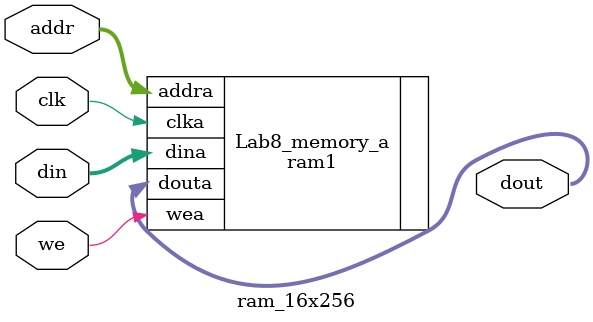
<source format=v>
`timescale 1ns / 1ps
module ram_16x256(clk, we, addr, din, dout);

   input              clk;
   input               we;
   input     [7:0]   addr;
   input    [15:0]    din;
   output   [15:0]   dout;

   ram1 Lab8_memory_a (
     .clka(clk)  ,   // input clka
     .wea(we)    ,   // input   [0 : 0] wea
     .addra(addr),   // input   [7 : 0] addra
     .dina(din)  ,   // input  [15 : 0] dina
     .douta(dout)    // output [15 : 0] douta
   );


endmodule

</source>
